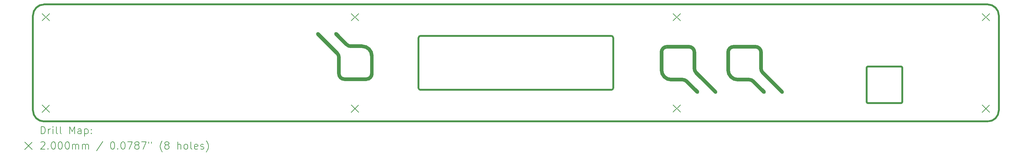
<source format=gbr>
%TF.GenerationSoftware,KiCad,Pcbnew,7.0.2-0*%
%TF.CreationDate,2023-05-18T01:18:26+02:00*%
%TF.ProjectId,LG,4c472e6b-6963-4616-945f-706362585858,rev?*%
%TF.SameCoordinates,PXfd9f08PY7735940*%
%TF.FileFunction,Drillmap*%
%TF.FilePolarity,Positive*%
%FSLAX45Y45*%
G04 Gerber Fmt 4.5, Leading zero omitted, Abs format (unit mm)*
G04 Created by KiCad (PCBNEW 7.0.2-0) date 2023-05-18 01:18:26*
%MOMM*%
%LPD*%
G01*
G04 APERTURE LIST*
%ADD10C,0.500000*%
%ADD11C,0.200000*%
G04 APERTURE END LIST*
D10*
X15858746Y2290419D02*
G75*
G03*
X15808742Y2340419I-50149J-149D01*
G01*
X18672886Y822368D02*
X18145236Y1349985D01*
X87868Y3111617D02*
G75*
G03*
X-257Y2899743I211226J-212120D01*
G01*
X9202595Y1996219D02*
G75*
G03*
X8997673Y2081258I-204687J-203819D01*
G01*
X17753942Y1168497D02*
X17444641Y1168497D01*
X9237329Y1791284D02*
G75*
G03*
X8997673Y2031011I-239941J-214D01*
G01*
X17205005Y1408207D02*
G75*
G03*
X17444641Y1168497I239903J193D01*
G01*
X19150874Y2018247D02*
X19750872Y2018247D01*
X8387632Y1306129D02*
X8387632Y1752217D01*
X9112498Y1130983D02*
G75*
G03*
X9287595Y1306129I-210J175307D01*
G01*
X19150874Y2018249D02*
G75*
G03*
X19026059Y1893379I164J-124979D01*
G01*
X22785260Y1474730D02*
X22785260Y525270D01*
X7769427Y2377140D02*
X8297078Y1849506D01*
X-257Y299743D02*
X-257Y2899743D01*
X17444641Y1118233D02*
X17753942Y1118233D01*
X18142376Y786815D02*
G75*
G03*
X18177929Y786815I17777J17863D01*
G01*
X19265699Y1118233D02*
X19575000Y1118233D01*
X19875715Y1893379D02*
G75*
G03*
X19750872Y2018247I-124967J-100D01*
G01*
X18104965Y1447274D02*
G75*
G03*
X18145236Y1349985I136534J-464D01*
G01*
X10590742Y2340419D02*
X15808742Y2340419D01*
X23739730Y500270D02*
X23764740Y525270D01*
X8332632Y1885060D02*
X7804981Y2412693D01*
X17154702Y1893379D02*
X17154702Y1408207D01*
X9287595Y1306129D02*
X9287595Y1791284D01*
X26099740Y-257D02*
X299743Y-257D01*
X19926025Y1447274D02*
G75*
G03*
X19966294Y1349985I136563J-454D01*
G01*
X22810269Y500270D02*
X22785260Y525270D01*
X20458393Y786816D02*
G75*
G03*
X20476168Y779442I17645J17424D01*
G01*
X17239717Y1203272D02*
G75*
G03*
X17444641Y1118233I204741J203948D01*
G01*
X18655110Y779443D02*
G75*
G03*
X18672886Y786815I-12J25147D01*
G01*
X18104962Y1447274D02*
X18104962Y1893379D01*
X26311614Y87868D02*
G75*
G03*
X26399740Y299743I-211207J212112D01*
G01*
X17929814Y2068511D02*
X17329816Y2068511D01*
X17154699Y1408207D02*
G75*
G03*
X17239717Y1203272I289129J-157D01*
G01*
X8512500Y1130980D02*
X9112498Y1130980D01*
X8591085Y2121533D02*
G75*
G03*
X8688372Y2081258I96953J96557D01*
G01*
X299743Y3199743D02*
X26099740Y3199743D01*
X19930741Y1314431D02*
X20458391Y786815D01*
X26399744Y2899743D02*
G75*
G03*
X26311615Y3111618I-298736J7D01*
G01*
X7769424Y2412697D02*
G75*
G03*
X7769427Y2377140I17824J-17777D01*
G01*
X8299937Y2412693D02*
G75*
G03*
X8264384Y2412693I-17777J-17863D01*
G01*
X8387636Y1306129D02*
G75*
G03*
X8512500Y1181278I124992J141D01*
G01*
X26399740Y2899743D02*
X26399740Y299743D01*
X8264381Y2412697D02*
G75*
G03*
X8264384Y2377140I17827J-17777D01*
G01*
X22810269Y500270D02*
X23739730Y500270D01*
X17205000Y1408207D02*
X17205000Y1893379D01*
X87869Y87869D02*
G75*
G03*
X299743Y-257I212119J211221D01*
G01*
X8997673Y2081258D02*
X8688372Y2081258D01*
X17886786Y1113514D02*
G75*
G03*
X17753942Y1168497I-132258J-131574D01*
G01*
X18054662Y1447274D02*
G75*
G03*
X18109682Y1314431I186326J-644D01*
G01*
X19575000Y1168497D02*
X19265699Y1168497D01*
X19875722Y1893379D02*
X19875722Y1447274D01*
X19998989Y786813D02*
G75*
G03*
X19998988Y822368I-17861J17777D01*
G01*
X23739730Y1499730D02*
X22810269Y1499730D01*
X18672888Y786813D02*
G75*
G03*
X18672886Y822368I-17860J17777D01*
G01*
X18975761Y1408207D02*
G75*
G03*
X19060776Y1203272I289087J-177D01*
G01*
X9237331Y1791284D02*
X9237331Y1306129D01*
X7804981Y2412693D02*
G75*
G03*
X7769427Y2412693I-17777J-18684D01*
G01*
X19026059Y1408207D02*
X19026059Y1893379D01*
X8555532Y2085980D02*
G75*
G03*
X8688372Y2031011I132356J131860D01*
G01*
X8387631Y1752217D02*
G75*
G03*
X8332631Y1885059I-186643J533D01*
G01*
X8337368Y1306129D02*
G75*
G03*
X8512500Y1130980I175330J181D01*
G01*
X17851230Y1077959D02*
G75*
G03*
X17753942Y1118233I-96952J-96559D01*
G01*
X18975760Y1893379D02*
X18975760Y1408207D01*
X23764740Y525270D02*
X23764740Y1474730D01*
X10540742Y912418D02*
X10540742Y2290419D01*
X17329816Y2018248D02*
G75*
G03*
X17205000Y1893379I152J-124968D01*
G01*
X10590742Y2340416D02*
G75*
G03*
X10540742Y2290419I146J-50146D01*
G01*
X19750872Y2068511D02*
X19150874Y2068511D01*
X23764740Y1474730D02*
X23739730Y1499730D01*
X8264384Y2377140D02*
X8555529Y2085978D01*
X26311614Y3111617D02*
G75*
G03*
X26099740Y3199742I-212116J-211217D01*
G01*
X18109682Y1314431D02*
X18637333Y786815D01*
X18177930Y822368D02*
X17886784Y1113513D01*
X17329816Y2018247D02*
X17929814Y2018247D01*
X8591083Y2121531D02*
X8299938Y2412693D01*
X8337369Y1752217D02*
X8337369Y1306129D01*
X19926021Y1447274D02*
X19926021Y1893379D01*
X19672290Y1077960D02*
X19963435Y786815D01*
X20493946Y786813D02*
G75*
G03*
X20493945Y822368I-17858J17777D01*
G01*
X-257Y299743D02*
G75*
G03*
X87868Y87868I298755J-3D01*
G01*
X17851231Y1077960D02*
X18142376Y786815D01*
X18054664Y1893379D02*
X18054664Y1447274D01*
X19875724Y1447274D02*
G75*
G03*
X19930741Y1314431I186285J-664D01*
G01*
X20493945Y822368D02*
X19966294Y1349985D01*
X8337372Y1752217D02*
G75*
G03*
X8297078Y1849506I-136434J483D01*
G01*
X9112498Y1181278D02*
X8512500Y1181278D01*
X19672290Y1077960D02*
G75*
G03*
X19575000Y1118233I-96952J-96560D01*
G01*
X18177931Y786813D02*
G75*
G03*
X18177930Y822368I-17863J17777D01*
G01*
X18054665Y1893379D02*
G75*
G03*
X17929814Y2018247I-124977J-110D01*
G01*
X9112498Y1181277D02*
G75*
G03*
X9237331Y1306129I-130J124963D01*
G01*
X22785260Y1474730D02*
X22810269Y1499730D01*
X15808742Y862418D02*
X10590742Y862418D01*
X19998988Y822368D02*
X19707843Y1113513D01*
X19926029Y1893379D02*
G75*
G03*
X19750872Y2068511I-175361J-230D01*
G01*
X18104959Y1893379D02*
G75*
G03*
X17929814Y2068511I-175361J-230D01*
G01*
X15858742Y2290419D02*
X15858742Y912418D01*
X10540737Y912418D02*
G75*
G03*
X10590742Y862418I50152J152D01*
G01*
X15808742Y862416D02*
G75*
G03*
X15858742Y912418I-144J50144D01*
G01*
X19026065Y1408207D02*
G75*
G03*
X19265699Y1168497I239923J213D01*
G01*
X299743Y3199745D02*
G75*
G03*
X87868Y3111618I-5J-298745D01*
G01*
X8688372Y2031011D02*
X8997673Y2031011D01*
X9287591Y1791284D02*
G75*
G03*
X9202595Y1996219I-288963J246D01*
G01*
X20476168Y779442D02*
G75*
G03*
X20493945Y786815I0J25118D01*
G01*
X19150874Y2068508D02*
G75*
G03*
X18975760Y1893379I204J-175318D01*
G01*
X26099740Y-257D02*
G75*
G03*
X26311615Y87868I-2J298767D01*
G01*
X19707845Y1113515D02*
G75*
G03*
X19575000Y1168497I-132257J-131575D01*
G01*
X19963435Y786815D02*
G75*
G03*
X19998988Y786815I17777J17863D01*
G01*
X17329816Y2068506D02*
G75*
G03*
X17154702Y1893379I202J-175316D01*
G01*
X18637334Y786816D02*
G75*
G03*
X18655110Y779442I17644J17424D01*
G01*
X19060777Y1203273D02*
G75*
G03*
X19265699Y1118233I204741J203947D01*
G01*
D11*
X250000Y2950000D02*
X450000Y2750000D01*
X450000Y2950000D02*
X250000Y2750000D01*
X250000Y450000D02*
X450000Y250000D01*
X450000Y450000D02*
X250000Y250000D01*
X8700000Y2950000D02*
X8900000Y2750000D01*
X8900000Y2950000D02*
X8700000Y2750000D01*
X8700000Y450000D02*
X8900000Y250000D01*
X8900000Y450000D02*
X8700000Y250000D01*
X17500000Y2950000D02*
X17700000Y2750000D01*
X17700000Y2950000D02*
X17500000Y2750000D01*
X17500000Y452870D02*
X17700000Y252870D01*
X17700000Y452870D02*
X17500000Y252870D01*
X25950000Y2950000D02*
X26150000Y2750000D01*
X26150000Y2950000D02*
X25950000Y2750000D01*
X25950000Y450000D02*
X26150000Y250000D01*
X26150000Y450000D02*
X25950000Y250000D01*
X222362Y-337781D02*
X222362Y-137781D01*
X222362Y-137781D02*
X269981Y-137781D01*
X269981Y-137781D02*
X298552Y-147305D01*
X298552Y-147305D02*
X317600Y-166352D01*
X317600Y-166352D02*
X327124Y-185400D01*
X327124Y-185400D02*
X336647Y-223495D01*
X336647Y-223495D02*
X336647Y-252066D01*
X336647Y-252066D02*
X327124Y-290162D01*
X327124Y-290162D02*
X317600Y-309209D01*
X317600Y-309209D02*
X298552Y-328257D01*
X298552Y-328257D02*
X269981Y-337781D01*
X269981Y-337781D02*
X222362Y-337781D01*
X422362Y-337781D02*
X422362Y-204447D01*
X422362Y-242543D02*
X431885Y-223495D01*
X431885Y-223495D02*
X441409Y-213971D01*
X441409Y-213971D02*
X460457Y-204447D01*
X460457Y-204447D02*
X479505Y-204447D01*
X546171Y-337781D02*
X546171Y-204447D01*
X546171Y-137781D02*
X536647Y-147305D01*
X536647Y-147305D02*
X546171Y-156828D01*
X546171Y-156828D02*
X555695Y-147305D01*
X555695Y-147305D02*
X546171Y-137781D01*
X546171Y-137781D02*
X546171Y-156828D01*
X669981Y-337781D02*
X650933Y-328257D01*
X650933Y-328257D02*
X641409Y-309209D01*
X641409Y-309209D02*
X641409Y-137781D01*
X774743Y-337781D02*
X755695Y-328257D01*
X755695Y-328257D02*
X746171Y-309209D01*
X746171Y-309209D02*
X746171Y-137781D01*
X1003314Y-337781D02*
X1003314Y-137781D01*
X1003314Y-137781D02*
X1069981Y-280638D01*
X1069981Y-280638D02*
X1136647Y-137781D01*
X1136647Y-137781D02*
X1136647Y-337781D01*
X1317600Y-337781D02*
X1317600Y-233019D01*
X1317600Y-233019D02*
X1308076Y-213971D01*
X1308076Y-213971D02*
X1289028Y-204447D01*
X1289028Y-204447D02*
X1250933Y-204447D01*
X1250933Y-204447D02*
X1231886Y-213971D01*
X1317600Y-328257D02*
X1298552Y-337781D01*
X1298552Y-337781D02*
X1250933Y-337781D01*
X1250933Y-337781D02*
X1231886Y-328257D01*
X1231886Y-328257D02*
X1222362Y-309209D01*
X1222362Y-309209D02*
X1222362Y-290162D01*
X1222362Y-290162D02*
X1231886Y-271114D01*
X1231886Y-271114D02*
X1250933Y-261590D01*
X1250933Y-261590D02*
X1298552Y-261590D01*
X1298552Y-261590D02*
X1317600Y-252066D01*
X1412838Y-204447D02*
X1412838Y-404447D01*
X1412838Y-213971D02*
X1431885Y-204447D01*
X1431885Y-204447D02*
X1469981Y-204447D01*
X1469981Y-204447D02*
X1489028Y-213971D01*
X1489028Y-213971D02*
X1498552Y-223495D01*
X1498552Y-223495D02*
X1508076Y-242543D01*
X1508076Y-242543D02*
X1508076Y-299686D01*
X1508076Y-299686D02*
X1498552Y-318733D01*
X1498552Y-318733D02*
X1489028Y-328257D01*
X1489028Y-328257D02*
X1469981Y-337781D01*
X1469981Y-337781D02*
X1431885Y-337781D01*
X1431885Y-337781D02*
X1412838Y-328257D01*
X1593790Y-318733D02*
X1603314Y-328257D01*
X1603314Y-328257D02*
X1593790Y-337781D01*
X1593790Y-337781D02*
X1584266Y-328257D01*
X1584266Y-328257D02*
X1593790Y-318733D01*
X1593790Y-318733D02*
X1593790Y-337781D01*
X1593790Y-213971D02*
X1603314Y-223495D01*
X1603314Y-223495D02*
X1593790Y-233019D01*
X1593790Y-233019D02*
X1584266Y-223495D01*
X1584266Y-223495D02*
X1593790Y-213971D01*
X1593790Y-213971D02*
X1593790Y-233019D01*
X-225257Y-565257D02*
X-25257Y-765257D01*
X-25257Y-565257D02*
X-225257Y-765257D01*
X212838Y-576828D02*
X222362Y-567305D01*
X222362Y-567305D02*
X241409Y-557781D01*
X241409Y-557781D02*
X289028Y-557781D01*
X289028Y-557781D02*
X308076Y-567305D01*
X308076Y-567305D02*
X317600Y-576828D01*
X317600Y-576828D02*
X327124Y-595876D01*
X327124Y-595876D02*
X327124Y-614924D01*
X327124Y-614924D02*
X317600Y-643495D01*
X317600Y-643495D02*
X203314Y-757781D01*
X203314Y-757781D02*
X327124Y-757781D01*
X412838Y-738733D02*
X422362Y-748257D01*
X422362Y-748257D02*
X412838Y-757781D01*
X412838Y-757781D02*
X403314Y-748257D01*
X403314Y-748257D02*
X412838Y-738733D01*
X412838Y-738733D02*
X412838Y-757781D01*
X546171Y-557781D02*
X565219Y-557781D01*
X565219Y-557781D02*
X584267Y-567305D01*
X584267Y-567305D02*
X593790Y-576828D01*
X593790Y-576828D02*
X603314Y-595876D01*
X603314Y-595876D02*
X612838Y-633971D01*
X612838Y-633971D02*
X612838Y-681590D01*
X612838Y-681590D02*
X603314Y-719685D01*
X603314Y-719685D02*
X593790Y-738733D01*
X593790Y-738733D02*
X584267Y-748257D01*
X584267Y-748257D02*
X565219Y-757781D01*
X565219Y-757781D02*
X546171Y-757781D01*
X546171Y-757781D02*
X527124Y-748257D01*
X527124Y-748257D02*
X517600Y-738733D01*
X517600Y-738733D02*
X508076Y-719685D01*
X508076Y-719685D02*
X498552Y-681590D01*
X498552Y-681590D02*
X498552Y-633971D01*
X498552Y-633971D02*
X508076Y-595876D01*
X508076Y-595876D02*
X517600Y-576828D01*
X517600Y-576828D02*
X527124Y-567305D01*
X527124Y-567305D02*
X546171Y-557781D01*
X736647Y-557781D02*
X755695Y-557781D01*
X755695Y-557781D02*
X774743Y-567305D01*
X774743Y-567305D02*
X784266Y-576828D01*
X784266Y-576828D02*
X793790Y-595876D01*
X793790Y-595876D02*
X803314Y-633971D01*
X803314Y-633971D02*
X803314Y-681590D01*
X803314Y-681590D02*
X793790Y-719685D01*
X793790Y-719685D02*
X784266Y-738733D01*
X784266Y-738733D02*
X774743Y-748257D01*
X774743Y-748257D02*
X755695Y-757781D01*
X755695Y-757781D02*
X736647Y-757781D01*
X736647Y-757781D02*
X717600Y-748257D01*
X717600Y-748257D02*
X708076Y-738733D01*
X708076Y-738733D02*
X698552Y-719685D01*
X698552Y-719685D02*
X689028Y-681590D01*
X689028Y-681590D02*
X689028Y-633971D01*
X689028Y-633971D02*
X698552Y-595876D01*
X698552Y-595876D02*
X708076Y-576828D01*
X708076Y-576828D02*
X717600Y-567305D01*
X717600Y-567305D02*
X736647Y-557781D01*
X927124Y-557781D02*
X946171Y-557781D01*
X946171Y-557781D02*
X965219Y-567305D01*
X965219Y-567305D02*
X974743Y-576828D01*
X974743Y-576828D02*
X984266Y-595876D01*
X984266Y-595876D02*
X993790Y-633971D01*
X993790Y-633971D02*
X993790Y-681590D01*
X993790Y-681590D02*
X984266Y-719685D01*
X984266Y-719685D02*
X974743Y-738733D01*
X974743Y-738733D02*
X965219Y-748257D01*
X965219Y-748257D02*
X946171Y-757781D01*
X946171Y-757781D02*
X927124Y-757781D01*
X927124Y-757781D02*
X908076Y-748257D01*
X908076Y-748257D02*
X898552Y-738733D01*
X898552Y-738733D02*
X889028Y-719685D01*
X889028Y-719685D02*
X879505Y-681590D01*
X879505Y-681590D02*
X879505Y-633971D01*
X879505Y-633971D02*
X889028Y-595876D01*
X889028Y-595876D02*
X898552Y-576828D01*
X898552Y-576828D02*
X908076Y-567305D01*
X908076Y-567305D02*
X927124Y-557781D01*
X1079505Y-757781D02*
X1079505Y-624447D01*
X1079505Y-643495D02*
X1089028Y-633971D01*
X1089028Y-633971D02*
X1108076Y-624447D01*
X1108076Y-624447D02*
X1136648Y-624447D01*
X1136648Y-624447D02*
X1155695Y-633971D01*
X1155695Y-633971D02*
X1165219Y-653019D01*
X1165219Y-653019D02*
X1165219Y-757781D01*
X1165219Y-653019D02*
X1174743Y-633971D01*
X1174743Y-633971D02*
X1193790Y-624447D01*
X1193790Y-624447D02*
X1222362Y-624447D01*
X1222362Y-624447D02*
X1241409Y-633971D01*
X1241409Y-633971D02*
X1250933Y-653019D01*
X1250933Y-653019D02*
X1250933Y-757781D01*
X1346171Y-757781D02*
X1346171Y-624447D01*
X1346171Y-643495D02*
X1355695Y-633971D01*
X1355695Y-633971D02*
X1374743Y-624447D01*
X1374743Y-624447D02*
X1403314Y-624447D01*
X1403314Y-624447D02*
X1422362Y-633971D01*
X1422362Y-633971D02*
X1431886Y-653019D01*
X1431886Y-653019D02*
X1431886Y-757781D01*
X1431886Y-653019D02*
X1441409Y-633971D01*
X1441409Y-633971D02*
X1460457Y-624447D01*
X1460457Y-624447D02*
X1489028Y-624447D01*
X1489028Y-624447D02*
X1508076Y-633971D01*
X1508076Y-633971D02*
X1517600Y-653019D01*
X1517600Y-653019D02*
X1517600Y-757781D01*
X1908076Y-548257D02*
X1736648Y-805400D01*
X2165219Y-557781D02*
X2184267Y-557781D01*
X2184267Y-557781D02*
X2203314Y-567305D01*
X2203314Y-567305D02*
X2212838Y-576828D01*
X2212838Y-576828D02*
X2222362Y-595876D01*
X2222362Y-595876D02*
X2231886Y-633971D01*
X2231886Y-633971D02*
X2231886Y-681590D01*
X2231886Y-681590D02*
X2222362Y-719685D01*
X2222362Y-719685D02*
X2212838Y-738733D01*
X2212838Y-738733D02*
X2203314Y-748257D01*
X2203314Y-748257D02*
X2184267Y-757781D01*
X2184267Y-757781D02*
X2165219Y-757781D01*
X2165219Y-757781D02*
X2146171Y-748257D01*
X2146171Y-748257D02*
X2136648Y-738733D01*
X2136648Y-738733D02*
X2127124Y-719685D01*
X2127124Y-719685D02*
X2117600Y-681590D01*
X2117600Y-681590D02*
X2117600Y-633971D01*
X2117600Y-633971D02*
X2127124Y-595876D01*
X2127124Y-595876D02*
X2136648Y-576828D01*
X2136648Y-576828D02*
X2146171Y-567305D01*
X2146171Y-567305D02*
X2165219Y-557781D01*
X2317600Y-738733D02*
X2327124Y-748257D01*
X2327124Y-748257D02*
X2317600Y-757781D01*
X2317600Y-757781D02*
X2308076Y-748257D01*
X2308076Y-748257D02*
X2317600Y-738733D01*
X2317600Y-738733D02*
X2317600Y-757781D01*
X2450933Y-557781D02*
X2469981Y-557781D01*
X2469981Y-557781D02*
X2489029Y-567305D01*
X2489029Y-567305D02*
X2498552Y-576828D01*
X2498552Y-576828D02*
X2508076Y-595876D01*
X2508076Y-595876D02*
X2517600Y-633971D01*
X2517600Y-633971D02*
X2517600Y-681590D01*
X2517600Y-681590D02*
X2508076Y-719685D01*
X2508076Y-719685D02*
X2498552Y-738733D01*
X2498552Y-738733D02*
X2489029Y-748257D01*
X2489029Y-748257D02*
X2469981Y-757781D01*
X2469981Y-757781D02*
X2450933Y-757781D01*
X2450933Y-757781D02*
X2431886Y-748257D01*
X2431886Y-748257D02*
X2422362Y-738733D01*
X2422362Y-738733D02*
X2412838Y-719685D01*
X2412838Y-719685D02*
X2403314Y-681590D01*
X2403314Y-681590D02*
X2403314Y-633971D01*
X2403314Y-633971D02*
X2412838Y-595876D01*
X2412838Y-595876D02*
X2422362Y-576828D01*
X2422362Y-576828D02*
X2431886Y-567305D01*
X2431886Y-567305D02*
X2450933Y-557781D01*
X2584267Y-557781D02*
X2717600Y-557781D01*
X2717600Y-557781D02*
X2631886Y-757781D01*
X2822362Y-643495D02*
X2803314Y-633971D01*
X2803314Y-633971D02*
X2793791Y-624447D01*
X2793791Y-624447D02*
X2784267Y-605400D01*
X2784267Y-605400D02*
X2784267Y-595876D01*
X2784267Y-595876D02*
X2793791Y-576828D01*
X2793791Y-576828D02*
X2803314Y-567305D01*
X2803314Y-567305D02*
X2822362Y-557781D01*
X2822362Y-557781D02*
X2860457Y-557781D01*
X2860457Y-557781D02*
X2879505Y-567305D01*
X2879505Y-567305D02*
X2889029Y-576828D01*
X2889029Y-576828D02*
X2898552Y-595876D01*
X2898552Y-595876D02*
X2898552Y-605400D01*
X2898552Y-605400D02*
X2889029Y-624447D01*
X2889029Y-624447D02*
X2879505Y-633971D01*
X2879505Y-633971D02*
X2860457Y-643495D01*
X2860457Y-643495D02*
X2822362Y-643495D01*
X2822362Y-643495D02*
X2803314Y-653019D01*
X2803314Y-653019D02*
X2793791Y-662543D01*
X2793791Y-662543D02*
X2784267Y-681590D01*
X2784267Y-681590D02*
X2784267Y-719685D01*
X2784267Y-719685D02*
X2793791Y-738733D01*
X2793791Y-738733D02*
X2803314Y-748257D01*
X2803314Y-748257D02*
X2822362Y-757781D01*
X2822362Y-757781D02*
X2860457Y-757781D01*
X2860457Y-757781D02*
X2879505Y-748257D01*
X2879505Y-748257D02*
X2889029Y-738733D01*
X2889029Y-738733D02*
X2898552Y-719685D01*
X2898552Y-719685D02*
X2898552Y-681590D01*
X2898552Y-681590D02*
X2889029Y-662543D01*
X2889029Y-662543D02*
X2879505Y-653019D01*
X2879505Y-653019D02*
X2860457Y-643495D01*
X2965219Y-557781D02*
X3098552Y-557781D01*
X3098552Y-557781D02*
X3012838Y-757781D01*
X3165219Y-557781D02*
X3165219Y-595876D01*
X3241410Y-557781D02*
X3241410Y-595876D01*
X3536648Y-833971D02*
X3527124Y-824447D01*
X3527124Y-824447D02*
X3508076Y-795876D01*
X3508076Y-795876D02*
X3498552Y-776828D01*
X3498552Y-776828D02*
X3489029Y-748257D01*
X3489029Y-748257D02*
X3479505Y-700638D01*
X3479505Y-700638D02*
X3479505Y-662543D01*
X3479505Y-662543D02*
X3489029Y-614924D01*
X3489029Y-614924D02*
X3498552Y-586352D01*
X3498552Y-586352D02*
X3508076Y-567305D01*
X3508076Y-567305D02*
X3527124Y-538733D01*
X3527124Y-538733D02*
X3536648Y-529209D01*
X3641410Y-643495D02*
X3622362Y-633971D01*
X3622362Y-633971D02*
X3612838Y-624447D01*
X3612838Y-624447D02*
X3603314Y-605400D01*
X3603314Y-605400D02*
X3603314Y-595876D01*
X3603314Y-595876D02*
X3612838Y-576828D01*
X3612838Y-576828D02*
X3622362Y-567305D01*
X3622362Y-567305D02*
X3641410Y-557781D01*
X3641410Y-557781D02*
X3679505Y-557781D01*
X3679505Y-557781D02*
X3698552Y-567305D01*
X3698552Y-567305D02*
X3708076Y-576828D01*
X3708076Y-576828D02*
X3717600Y-595876D01*
X3717600Y-595876D02*
X3717600Y-605400D01*
X3717600Y-605400D02*
X3708076Y-624447D01*
X3708076Y-624447D02*
X3698552Y-633971D01*
X3698552Y-633971D02*
X3679505Y-643495D01*
X3679505Y-643495D02*
X3641410Y-643495D01*
X3641410Y-643495D02*
X3622362Y-653019D01*
X3622362Y-653019D02*
X3612838Y-662543D01*
X3612838Y-662543D02*
X3603314Y-681590D01*
X3603314Y-681590D02*
X3603314Y-719685D01*
X3603314Y-719685D02*
X3612838Y-738733D01*
X3612838Y-738733D02*
X3622362Y-748257D01*
X3622362Y-748257D02*
X3641410Y-757781D01*
X3641410Y-757781D02*
X3679505Y-757781D01*
X3679505Y-757781D02*
X3698552Y-748257D01*
X3698552Y-748257D02*
X3708076Y-738733D01*
X3708076Y-738733D02*
X3717600Y-719685D01*
X3717600Y-719685D02*
X3717600Y-681590D01*
X3717600Y-681590D02*
X3708076Y-662543D01*
X3708076Y-662543D02*
X3698552Y-653019D01*
X3698552Y-653019D02*
X3679505Y-643495D01*
X3955695Y-757781D02*
X3955695Y-557781D01*
X4041410Y-757781D02*
X4041410Y-653019D01*
X4041410Y-653019D02*
X4031886Y-633971D01*
X4031886Y-633971D02*
X4012838Y-624447D01*
X4012838Y-624447D02*
X3984267Y-624447D01*
X3984267Y-624447D02*
X3965219Y-633971D01*
X3965219Y-633971D02*
X3955695Y-643495D01*
X4165219Y-757781D02*
X4146172Y-748257D01*
X4146172Y-748257D02*
X4136648Y-738733D01*
X4136648Y-738733D02*
X4127124Y-719685D01*
X4127124Y-719685D02*
X4127124Y-662543D01*
X4127124Y-662543D02*
X4136648Y-643495D01*
X4136648Y-643495D02*
X4146172Y-633971D01*
X4146172Y-633971D02*
X4165219Y-624447D01*
X4165219Y-624447D02*
X4193791Y-624447D01*
X4193791Y-624447D02*
X4212838Y-633971D01*
X4212838Y-633971D02*
X4222362Y-643495D01*
X4222362Y-643495D02*
X4231886Y-662543D01*
X4231886Y-662543D02*
X4231886Y-719685D01*
X4231886Y-719685D02*
X4222362Y-738733D01*
X4222362Y-738733D02*
X4212838Y-748257D01*
X4212838Y-748257D02*
X4193791Y-757781D01*
X4193791Y-757781D02*
X4165219Y-757781D01*
X4346172Y-757781D02*
X4327124Y-748257D01*
X4327124Y-748257D02*
X4317600Y-729209D01*
X4317600Y-729209D02*
X4317600Y-557781D01*
X4498553Y-748257D02*
X4479505Y-757781D01*
X4479505Y-757781D02*
X4441410Y-757781D01*
X4441410Y-757781D02*
X4422362Y-748257D01*
X4422362Y-748257D02*
X4412838Y-729209D01*
X4412838Y-729209D02*
X4412838Y-653019D01*
X4412838Y-653019D02*
X4422362Y-633971D01*
X4422362Y-633971D02*
X4441410Y-624447D01*
X4441410Y-624447D02*
X4479505Y-624447D01*
X4479505Y-624447D02*
X4498553Y-633971D01*
X4498553Y-633971D02*
X4508076Y-653019D01*
X4508076Y-653019D02*
X4508076Y-672067D01*
X4508076Y-672067D02*
X4412838Y-691114D01*
X4584267Y-748257D02*
X4603315Y-757781D01*
X4603315Y-757781D02*
X4641410Y-757781D01*
X4641410Y-757781D02*
X4660457Y-748257D01*
X4660457Y-748257D02*
X4669981Y-729209D01*
X4669981Y-729209D02*
X4669981Y-719685D01*
X4669981Y-719685D02*
X4660457Y-700638D01*
X4660457Y-700638D02*
X4641410Y-691114D01*
X4641410Y-691114D02*
X4612838Y-691114D01*
X4612838Y-691114D02*
X4593791Y-681590D01*
X4593791Y-681590D02*
X4584267Y-662543D01*
X4584267Y-662543D02*
X4584267Y-653019D01*
X4584267Y-653019D02*
X4593791Y-633971D01*
X4593791Y-633971D02*
X4612838Y-624447D01*
X4612838Y-624447D02*
X4641410Y-624447D01*
X4641410Y-624447D02*
X4660457Y-633971D01*
X4736648Y-833971D02*
X4746172Y-824447D01*
X4746172Y-824447D02*
X4765219Y-795876D01*
X4765219Y-795876D02*
X4774743Y-776828D01*
X4774743Y-776828D02*
X4784267Y-748257D01*
X4784267Y-748257D02*
X4793791Y-700638D01*
X4793791Y-700638D02*
X4793791Y-662543D01*
X4793791Y-662543D02*
X4784267Y-614924D01*
X4784267Y-614924D02*
X4774743Y-586352D01*
X4774743Y-586352D02*
X4765219Y-567305D01*
X4765219Y-567305D02*
X4746172Y-538733D01*
X4746172Y-538733D02*
X4736648Y-529209D01*
M02*

</source>
